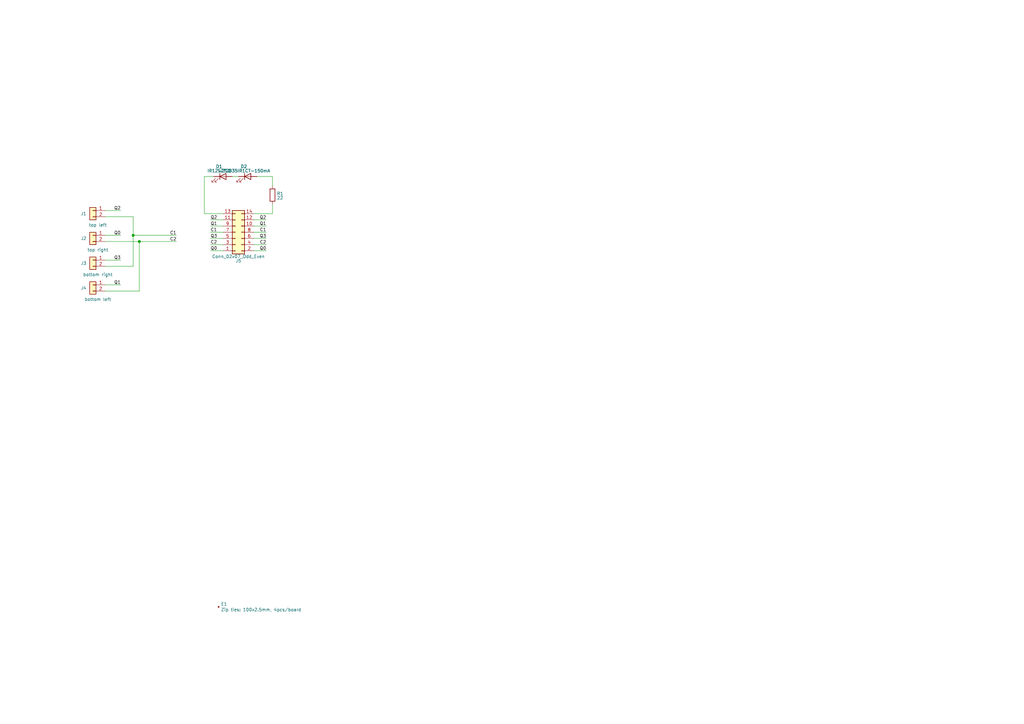
<source format=kicad_sch>
(kicad_sch (version 20220404) (generator eeschema)

  (uuid 90842322-b56e-42c7-bb4b-462bae6a0a0f)

  (paper "A3")

  (lib_symbols
    (symbol "Connector_Generic:Conn_02x07_Odd_Even" (pin_names (offset 1.016) hide) (in_bom yes) (on_board yes)
      (property "Reference" "J" (id 0) (at 1.27 10.16 0)
        (effects (font (size 1.27 1.27)))
      )
      (property "Value" "Conn_02x07_Odd_Even" (id 1) (at 1.27 -10.16 0)
        (effects (font (size 1.27 1.27)))
      )
      (property "Footprint" "" (id 2) (at 0 0 0)
        (effects (font (size 1.27 1.27)) hide)
      )
      (property "Datasheet" "~" (id 3) (at 0 0 0)
        (effects (font (size 1.27 1.27)) hide)
      )
      (property "ki_keywords" "connector" (id 4) (at 0 0 0)
        (effects (font (size 1.27 1.27)) hide)
      )
      (property "ki_description" "Generic connector, double row, 02x07, odd/even pin numbering scheme (row 1 odd numbers, row 2 even numbers), script generated (kicad-library-utils/schlib/autogen/connector/)" (id 5) (at 0 0 0)
        (effects (font (size 1.27 1.27)) hide)
      )
      (property "ki_fp_filters" "Connector*:*_2x??_*" (id 6) (at 0 0 0)
        (effects (font (size 1.27 1.27)) hide)
      )
      (symbol "Conn_02x07_Odd_Even_1_1"
        (rectangle (start -1.27 -7.493) (end 0 -7.747)
          (stroke (width 0.1524) (type default))
          (fill (type none))
        )
        (rectangle (start -1.27 -4.953) (end 0 -5.207)
          (stroke (width 0.1524) (type default))
          (fill (type none))
        )
        (rectangle (start -1.27 -2.413) (end 0 -2.667)
          (stroke (width 0.1524) (type default))
          (fill (type none))
        )
        (rectangle (start -1.27 0.127) (end 0 -0.127)
          (stroke (width 0.1524) (type default))
          (fill (type none))
        )
        (rectangle (start -1.27 2.667) (end 0 2.413)
          (stroke (width 0.1524) (type default))
          (fill (type none))
        )
        (rectangle (start -1.27 5.207) (end 0 4.953)
          (stroke (width 0.1524) (type default))
          (fill (type none))
        )
        (rectangle (start -1.27 7.747) (end 0 7.493)
          (stroke (width 0.1524) (type default))
          (fill (type none))
        )
        (rectangle (start -1.27 8.89) (end 3.81 -8.89)
          (stroke (width 0.254) (type default))
          (fill (type background))
        )
        (rectangle (start 3.81 -7.493) (end 2.54 -7.747)
          (stroke (width 0.1524) (type default))
          (fill (type none))
        )
        (rectangle (start 3.81 -4.953) (end 2.54 -5.207)
          (stroke (width 0.1524) (type default))
          (fill (type none))
        )
        (rectangle (start 3.81 -2.413) (end 2.54 -2.667)
          (stroke (width 0.1524) (type default))
          (fill (type none))
        )
        (rectangle (start 3.81 0.127) (end 2.54 -0.127)
          (stroke (width 0.1524) (type default))
          (fill (type none))
        )
        (rectangle (start 3.81 2.667) (end 2.54 2.413)
          (stroke (width 0.1524) (type default))
          (fill (type none))
        )
        (rectangle (start 3.81 5.207) (end 2.54 4.953)
          (stroke (width 0.1524) (type default))
          (fill (type none))
        )
        (rectangle (start 3.81 7.747) (end 2.54 7.493)
          (stroke (width 0.1524) (type default))
          (fill (type none))
        )
        (pin passive line (at -5.08 7.62 0) (length 3.81)
          (name "Pin_1" (effects (font (size 1.27 1.27))))
          (number "1" (effects (font (size 1.27 1.27))))
        )
        (pin passive line (at 7.62 -2.54 180) (length 3.81)
          (name "Pin_10" (effects (font (size 1.27 1.27))))
          (number "10" (effects (font (size 1.27 1.27))))
        )
        (pin passive line (at -5.08 -5.08 0) (length 3.81)
          (name "Pin_11" (effects (font (size 1.27 1.27))))
          (number "11" (effects (font (size 1.27 1.27))))
        )
        (pin passive line (at 7.62 -5.08 180) (length 3.81)
          (name "Pin_12" (effects (font (size 1.27 1.27))))
          (number "12" (effects (font (size 1.27 1.27))))
        )
        (pin passive line (at -5.08 -7.62 0) (length 3.81)
          (name "Pin_13" (effects (font (size 1.27 1.27))))
          (number "13" (effects (font (size 1.27 1.27))))
        )
        (pin passive line (at 7.62 -7.62 180) (length 3.81)
          (name "Pin_14" (effects (font (size 1.27 1.27))))
          (number "14" (effects (font (size 1.27 1.27))))
        )
        (pin passive line (at 7.62 7.62 180) (length 3.81)
          (name "Pin_2" (effects (font (size 1.27 1.27))))
          (number "2" (effects (font (size 1.27 1.27))))
        )
        (pin passive line (at -5.08 5.08 0) (length 3.81)
          (name "Pin_3" (effects (font (size 1.27 1.27))))
          (number "3" (effects (font (size 1.27 1.27))))
        )
        (pin passive line (at 7.62 5.08 180) (length 3.81)
          (name "Pin_4" (effects (font (size 1.27 1.27))))
          (number "4" (effects (font (size 1.27 1.27))))
        )
        (pin passive line (at -5.08 2.54 0) (length 3.81)
          (name "Pin_5" (effects (font (size 1.27 1.27))))
          (number "5" (effects (font (size 1.27 1.27))))
        )
        (pin passive line (at 7.62 2.54 180) (length 3.81)
          (name "Pin_6" (effects (font (size 1.27 1.27))))
          (number "6" (effects (font (size 1.27 1.27))))
        )
        (pin passive line (at -5.08 0 0) (length 3.81)
          (name "Pin_7" (effects (font (size 1.27 1.27))))
          (number "7" (effects (font (size 1.27 1.27))))
        )
        (pin passive line (at 7.62 0 180) (length 3.81)
          (name "Pin_8" (effects (font (size 1.27 1.27))))
          (number "8" (effects (font (size 1.27 1.27))))
        )
        (pin passive line (at -5.08 -2.54 0) (length 3.81)
          (name "Pin_9" (effects (font (size 1.27 1.27))))
          (number "9" (effects (font (size 1.27 1.27))))
        )
      )
    )
    (symbol "Device:LED" (pin_numbers hide) (pin_names (offset 1.016) hide) (in_bom yes) (on_board yes)
      (property "Reference" "D" (id 0) (at 0 2.54 0)
        (effects (font (size 1.27 1.27)))
      )
      (property "Value" "LED" (id 1) (at 0 -2.54 0)
        (effects (font (size 1.27 1.27)))
      )
      (property "Footprint" "" (id 2) (at 0 0 0)
        (effects (font (size 1.27 1.27)) hide)
      )
      (property "Datasheet" "~" (id 3) (at 0 0 0)
        (effects (font (size 1.27 1.27)) hide)
      )
      (property "ki_keywords" "LED diode" (id 4) (at 0 0 0)
        (effects (font (size 1.27 1.27)) hide)
      )
      (property "ki_description" "Light emitting diode" (id 5) (at 0 0 0)
        (effects (font (size 1.27 1.27)) hide)
      )
      (property "ki_fp_filters" "LED* LED_SMD:* LED_THT:*" (id 6) (at 0 0 0)
        (effects (font (size 1.27 1.27)) hide)
      )
      (symbol "LED_0_1"
        (polyline
          (pts
            (xy -1.27 -1.27)
            (xy -1.27 1.27)
          )
          (stroke (width 0.254) (type default))
          (fill (type none))
        )
        (polyline
          (pts
            (xy -1.27 0)
            (xy 1.27 0)
          )
          (stroke (width 0) (type default))
          (fill (type none))
        )
        (polyline
          (pts
            (xy 1.27 -1.27)
            (xy 1.27 1.27)
            (xy -1.27 0)
            (xy 1.27 -1.27)
          )
          (stroke (width 0.254) (type default))
          (fill (type none))
        )
        (polyline
          (pts
            (xy -3.048 -0.762)
            (xy -4.572 -2.286)
            (xy -3.81 -2.286)
            (xy -4.572 -2.286)
            (xy -4.572 -1.524)
          )
          (stroke (width 0) (type default))
          (fill (type none))
        )
        (polyline
          (pts
            (xy -1.778 -0.762)
            (xy -3.302 -2.286)
            (xy -2.54 -2.286)
            (xy -3.302 -2.286)
            (xy -3.302 -1.524)
          )
          (stroke (width 0) (type default))
          (fill (type none))
        )
      )
      (symbol "LED_1_1"
        (pin passive line (at -3.81 0 0) (length 2.54)
          (name "K" (effects (font (size 1.27 1.27))))
          (number "1" (effects (font (size 1.27 1.27))))
        )
        (pin passive line (at 3.81 0 180) (length 2.54)
          (name "A" (effects (font (size 1.27 1.27))))
          (number "2" (effects (font (size 1.27 1.27))))
        )
      )
    )
    (symbol "Device:R" (pin_numbers hide) (pin_names (offset 0)) (in_bom yes) (on_board yes)
      (property "Reference" "R" (id 0) (at 2.032 0 90)
        (effects (font (size 1.27 1.27)))
      )
      (property "Value" "R" (id 1) (at 0 0 90)
        (effects (font (size 1.27 1.27)))
      )
      (property "Footprint" "" (id 2) (at -1.778 0 90)
        (effects (font (size 1.27 1.27)) hide)
      )
      (property "Datasheet" "~" (id 3) (at 0 0 0)
        (effects (font (size 1.27 1.27)) hide)
      )
      (property "ki_keywords" "R res resistor" (id 4) (at 0 0 0)
        (effects (font (size 1.27 1.27)) hide)
      )
      (property "ki_description" "Resistor" (id 5) (at 0 0 0)
        (effects (font (size 1.27 1.27)) hide)
      )
      (property "ki_fp_filters" "R_*" (id 6) (at 0 0 0)
        (effects (font (size 1.27 1.27)) hide)
      )
      (symbol "R_0_1"
        (rectangle (start -1.016 -2.54) (end 1.016 2.54)
          (stroke (width 0.254) (type default))
          (fill (type none))
        )
      )
      (symbol "R_1_1"
        (pin passive line (at 0 3.81 270) (length 1.27)
          (name "~" (effects (font (size 1.27 1.27))))
          (number "1" (effects (font (size 1.27 1.27))))
        )
        (pin passive line (at 0 -3.81 90) (length 1.27)
          (name "~" (effects (font (size 1.27 1.27))))
          (number "2" (effects (font (size 1.27 1.27))))
        )
      )
    )
    (symbol "center-rescue:Conn_01x02-Connector_Generic" (pin_names (offset 1.016) hide) (in_bom yes) (on_board yes)
      (property "Reference" "J" (id 0) (at 0 2.54 0)
        (effects (font (size 1.27 1.27)))
      )
      (property "Value" "Conn_01x02-Connector_Generic" (id 1) (at 0 -5.08 0)
        (effects (font (size 1.27 1.27)))
      )
      (property "Footprint" "" (id 2) (at 0 0 0)
        (effects (font (size 1.27 1.27)) hide)
      )
      (property "Datasheet" "" (id 3) (at 0 0 0)
        (effects (font (size 1.27 1.27)) hide)
      )
      (property "ki_fp_filters" "Connector*:*_1x??_*" (id 4) (at 0 0 0)
        (effects (font (size 1.27 1.27)) hide)
      )
      (symbol "Conn_01x02-Connector_Generic_1_1"
        (rectangle (start -1.27 -2.413) (end 0 -2.667)
          (stroke (width 0.1524) (type default))
          (fill (type none))
        )
        (rectangle (start -1.27 0.127) (end 0 -0.127)
          (stroke (width 0.1524) (type default))
          (fill (type none))
        )
        (rectangle (start -1.27 1.27) (end 1.27 -3.81)
          (stroke (width 0.254) (type default))
          (fill (type background))
        )
        (pin passive line (at -5.08 0 0) (length 3.81)
          (name "Pin_1" (effects (font (size 1.27 1.27))))
          (number "1" (effects (font (size 1.27 1.27))))
        )
        (pin passive line (at -5.08 -2.54 0) (length 3.81)
          (name "Pin_2" (effects (font (size 1.27 1.27))))
          (number "2" (effects (font (size 1.27 1.27))))
        )
      )
    )
    (symbol "center-rescue:bom_item-4xxx" (pin_names (offset 1.016)) (in_bom yes) (on_board yes)
      (property "Reference" "E" (id 0) (at -2.54 0 0)
        (effects (font (size 1.27 1.27)) (justify left))
      )
      (property "Value" "bom_item-4xxx" (id 1) (at 1.27 0 0)
        (effects (font (size 1.27 1.27)) (justify left))
      )
      (property "Footprint" "" (id 2) (at 0 0 0)
        (effects (font (size 1.27 1.27)) hide)
      )
      (property "Datasheet" "" (id 3) (at 0 0 0)
        (effects (font (size 1.27 1.27)) hide)
      )
      (symbol "bom_item-4xxx_0_1"
        (circle (center -3.048 0) (radius 0.254)
          (stroke (width 0) (type default))
          (fill (type outline))
        )
      )
    )
  )

  (junction (at 54.61 96.52) (diameter 1.016) (color 0 0 0 0)
    (uuid 809bbd4c-d5be-4a1b-9605-6ae807d6c7fe)
  )
  (junction (at 57.15 99.06) (diameter 1.016) (color 0 0 0 0)
    (uuid 92083dbd-6fbf-4c42-bb73-d55dcdab0ebc)
  )

  (wire (pts (xy 54.61 96.52) (xy 72.39 96.52))
    (stroke (width 0) (type solid))
    (uuid 06f615af-96c5-4de5-ace2-f38690361846)
  )
  (wire (pts (xy 111.76 83.82) (xy 111.76 87.63))
    (stroke (width 0) (type default))
    (uuid 096ba8f1-ae0b-4e48-883a-af8807b8b00b)
  )
  (wire (pts (xy 104.14 102.87) (xy 109.22 102.87))
    (stroke (width 0) (type default))
    (uuid 09c6b210-ca23-47c2-a50c-ac715000c254)
  )
  (wire (pts (xy 83.82 87.63) (xy 91.44 87.63))
    (stroke (width 0) (type default))
    (uuid 154b469e-644b-4450-af38-755ac83fda65)
  )
  (wire (pts (xy 86.36 92.71) (xy 91.44 92.71))
    (stroke (width 0) (type default))
    (uuid 24d72762-a1a3-48e5-91fe-2158a7ee4158)
  )
  (wire (pts (xy 49.53 116.84) (xy 43.18 116.84))
    (stroke (width 0) (type solid))
    (uuid 2dee84ca-ef8c-4439-8754-1ddd9cf671a4)
  )
  (wire (pts (xy 104.14 87.63) (xy 111.76 87.63))
    (stroke (width 0) (type default))
    (uuid 39740cc3-908d-4040-be89-074757a422fb)
  )
  (wire (pts (xy 104.14 97.79) (xy 109.22 97.79))
    (stroke (width 0) (type default))
    (uuid 3bc972fa-d635-431d-a07a-35c5a7e059ce)
  )
  (wire (pts (xy 104.14 90.17) (xy 109.22 90.17))
    (stroke (width 0) (type default))
    (uuid 3f8044e3-517b-4b15-b60d-73cb1026e225)
  )
  (wire (pts (xy 43.18 99.06) (xy 57.15 99.06))
    (stroke (width 0) (type solid))
    (uuid 440b4887-08ea-4984-99a7-dd6969a0e087)
  )
  (wire (pts (xy 104.14 92.71) (xy 109.22 92.71))
    (stroke (width 0) (type default))
    (uuid 4f2b1a3d-9196-47a5-9484-69d2dd4bacbf)
  )
  (wire (pts (xy 49.53 86.36) (xy 43.18 86.36))
    (stroke (width 0) (type solid))
    (uuid 50305f26-0fb5-463f-93f7-c4b3ca870ca8)
  )
  (wire (pts (xy 87.63 72.39) (xy 83.82 72.39))
    (stroke (width 0) (type default))
    (uuid 55721da8-e89f-4331-b05b-5d38a599acdb)
  )
  (wire (pts (xy 105.41 72.39) (xy 111.76 72.39))
    (stroke (width 0) (type default))
    (uuid 5b7430c9-9fb4-44d4-86eb-5594c14add5f)
  )
  (wire (pts (xy 49.53 106.68) (xy 43.18 106.68))
    (stroke (width 0) (type solid))
    (uuid 65059881-68a8-4cc3-87cd-71856ffb46ef)
  )
  (wire (pts (xy 57.15 99.06) (xy 57.15 119.38))
    (stroke (width 0) (type solid))
    (uuid 66591085-147b-4723-b117-5b075bc5698f)
  )
  (wire (pts (xy 54.61 88.9) (xy 54.61 96.52))
    (stroke (width 0) (type solid))
    (uuid 6e6d2887-abd5-4bc8-a0dd-347f8b1dabe9)
  )
  (wire (pts (xy 104.14 95.25) (xy 109.22 95.25))
    (stroke (width 0) (type default))
    (uuid 7e86de30-0570-4c63-a98f-f6de03038deb)
  )
  (wire (pts (xy 86.36 102.87) (xy 91.44 102.87))
    (stroke (width 0) (type default))
    (uuid 82a3aca1-9fa4-4849-b025-db04bce3f6a7)
  )
  (wire (pts (xy 111.76 72.39) (xy 111.76 76.2))
    (stroke (width 0) (type default))
    (uuid 8b8e1e90-de11-4b71-80e3-d963e6b0eec9)
  )
  (wire (pts (xy 83.82 72.39) (xy 83.82 87.63))
    (stroke (width 0) (type default))
    (uuid 96aa0018-6db3-4306-843a-698080030fd0)
  )
  (wire (pts (xy 86.36 90.17) (xy 91.44 90.17))
    (stroke (width 0) (type default))
    (uuid 9bec7483-5696-49ac-bf9c-824663185677)
  )
  (wire (pts (xy 54.61 109.22) (xy 43.18 109.22))
    (stroke (width 0) (type solid))
    (uuid a5817db6-32fb-454a-883f-9fd3503fea5b)
  )
  (wire (pts (xy 54.61 96.52) (xy 54.61 109.22))
    (stroke (width 0) (type solid))
    (uuid b3bb4deb-8456-49cf-bfa8-dac920721950)
  )
  (wire (pts (xy 86.36 95.25) (xy 91.44 95.25))
    (stroke (width 0) (type default))
    (uuid b67464d8-eedb-4f3f-a628-847bb3073829)
  )
  (wire (pts (xy 104.14 100.33) (xy 109.22 100.33))
    (stroke (width 0) (type default))
    (uuid bcdc51d7-3b1b-4ed0-a731-8fa31610b952)
  )
  (wire (pts (xy 43.18 88.9) (xy 54.61 88.9))
    (stroke (width 0) (type solid))
    (uuid be4704ed-24de-4eba-b9c1-55969fcce1b0)
  )
  (wire (pts (xy 95.25 72.39) (xy 97.79 72.39))
    (stroke (width 0) (type default))
    (uuid cb778d63-b05e-4bd8-b4e2-5d2a0c8593eb)
  )
  (wire (pts (xy 86.36 97.79) (xy 91.44 97.79))
    (stroke (width 0) (type default))
    (uuid cf7bf921-d7e5-45bb-b758-0cfc3a7e8416)
  )
  (wire (pts (xy 57.15 99.06) (xy 72.39 99.06))
    (stroke (width 0) (type solid))
    (uuid d37795f9-4f11-4ee2-84c4-25d53fdf58be)
  )
  (wire (pts (xy 86.36 100.33) (xy 91.44 100.33))
    (stroke (width 0) (type default))
    (uuid d6748942-e1ba-4577-8bd0-d4192c63db7b)
  )
  (wire (pts (xy 49.53 96.52) (xy 43.18 96.52))
    (stroke (width 0) (type solid))
    (uuid e37d2c99-2d2b-4545-9f56-e6c55be71b2c)
  )
  (wire (pts (xy 57.15 119.38) (xy 43.18 119.38))
    (stroke (width 0) (type solid))
    (uuid f780284f-6a78-4e95-92b1-b5e92f594302)
  )

  (label "Q2" (at 86.36 90.17 0) (fields_autoplaced)
    (effects (font (size 1.27 1.27)) (justify left bottom))
    (uuid 0379ac96-8f1a-45b3-ac4a-ef5c7ecb0a7e)
  )
  (label "Q1" (at 109.22 92.71 0) (fields_autoplaced)
    (effects (font (size 1.27 1.27)) (justify right bottom))
    (uuid 0a70dc60-f278-4e35-91f0-255e00ca8b40)
  )
  (label "Q2" (at 49.53 86.36 0) (fields_autoplaced)
    (effects (font (size 1.27 1.27)) (justify right bottom))
    (uuid 1449d190-9c24-48d8-89b0-163d1c97e888)
  )
  (label "C2" (at 86.36 100.33 0) (fields_autoplaced)
    (effects (font (size 1.27 1.27)) (justify left bottom))
    (uuid 24b2cb2e-7dca-4a7e-aa67-c37fc50c7765)
  )
  (label "Q0" (at 86.36 102.87 0) (fields_autoplaced)
    (effects (font (size 1.27 1.27)) (justify left bottom))
    (uuid 2bd84e94-2d0c-4d80-9708-a7794d6f09fa)
  )
  (label "Q2" (at 109.22 90.17 0) (fields_autoplaced)
    (effects (font (size 1.27 1.27)) (justify right bottom))
    (uuid 2c449110-c832-4aca-b364-813052d315f1)
  )
  (label "Q0" (at 109.22 102.87 0) (fields_autoplaced)
    (effects (font (size 1.27 1.27)) (justify right bottom))
    (uuid 365a5cb5-0f91-48ce-8850-d03664da5a4a)
  )
  (label "C2" (at 72.39 99.06 0) (fields_autoplaced)
    (effects (font (size 1.27 1.27)) (justify right bottom))
    (uuid 45a24297-66db-488d-9042-92c22a6465c7)
  )
  (label "C2" (at 109.22 100.33 0) (fields_autoplaced)
    (effects (font (size 1.27 1.27)) (justify right bottom))
    (uuid 840b7840-3395-406b-82ec-e169a2831cbb)
  )
  (label "Q1" (at 86.36 92.71 0) (fields_autoplaced)
    (effects (font (size 1.27 1.27)) (justify left bottom))
    (uuid 8b09e98f-5df5-4025-a897-01f5cd2e952f)
  )
  (label "Q3" (at 49.53 106.68 0) (fields_autoplaced)
    (effects (font (size 1.27 1.27)) (justify right bottom))
    (uuid 8d326f90-0a39-4756-826b-c147c45a1b02)
  )
  (label "Q1" (at 49.53 116.84 0) (fields_autoplaced)
    (effects (font (size 1.27 1.27)) (justify right bottom))
    (uuid 8ef37a5b-a787-48c9-916e-cf1ecce96cb7)
  )
  (label "C1" (at 86.36 95.25 0) (fields_autoplaced)
    (effects (font (size 1.27 1.27)) (justify left bottom))
    (uuid 949a343d-6d74-4668-8576-78dde69049e2)
  )
  (label "Q3" (at 109.22 97.79 0) (fields_autoplaced)
    (effects (font (size 1.27 1.27)) (justify right bottom))
    (uuid a3882f31-c607-48fd-8825-9161b63e1853)
  )
  (label "Q0" (at 49.53 96.52 0) (fields_autoplaced)
    (effects (font (size 1.27 1.27)) (justify right bottom))
    (uuid b841237f-4a9f-423e-8df7-ba0a2a051ed0)
  )
  (label "C1" (at 72.39 96.52 0) (fields_autoplaced)
    (effects (font (size 1.27 1.27)) (justify right bottom))
    (uuid d4a80b54-4ab1-414d-ad40-c15a41634d2b)
  )
  (label "Q3" (at 86.36 97.79 0) (fields_autoplaced)
    (effects (font (size 1.27 1.27)) (justify left bottom))
    (uuid e292ac22-1b3e-457a-b191-5e65eecf2f4f)
  )
  (label "C1" (at 109.22 95.25 0) (fields_autoplaced)
    (effects (font (size 1.27 1.27)) (justify right bottom))
    (uuid fa78a2f7-ca44-4cd3-86df-04954db31134)
  )

  (symbol (lib_id "center-rescue:Conn_01x02-Connector_Generic") (at 38.1 86.36 0) (mirror y) (unit 1)
    (in_bom yes) (on_board yes)
    (uuid 00000000-0000-0000-0000-00005c196961)
    (default_instance (reference "U") (unit 1) (value "") (footprint ""))
    (property "Reference" "U" (id 0) (at 34.29 87.63 0)
      (effects (font (size 1.27 1.27)))
    )
    (property "Value" "" (id 1) (at 40.132 92.3036 0)
      (effects (font (size 1.27 1.27)))
    )
    (property "Footprint" "" (id 2) (at 38.1 86.36 0)
      (effects (font (size 1.27 1.27)) hide)
    )
    (property "Datasheet" "~" (id 3) (at 38.1 86.36 0)
      (effects (font (size 1.27 1.27)) hide)
    )
    (pin "1" (uuid 0fa44551-3e8d-477a-b2f0-50038b4b4029))
    (pin "2" (uuid eee17b54-5a16-4974-86c7-956101533507))
  )

  (symbol (lib_id "center-rescue:Conn_01x02-Connector_Generic") (at 38.1 96.52 0) (mirror y) (unit 1)
    (in_bom yes) (on_board yes)
    (uuid 00000000-0000-0000-0000-00005c196b9d)
    (default_instance (reference "U") (unit 1) (value "") (footprint ""))
    (property "Reference" "U" (id 0) (at 34.29 97.79 0)
      (effects (font (size 1.27 1.27)))
    )
    (property "Value" "" (id 1) (at 40.132 102.4636 0)
      (effects (font (size 1.27 1.27)))
    )
    (property "Footprint" "" (id 2) (at 38.1 96.52 0)
      (effects (font (size 1.27 1.27)) hide)
    )
    (property "Datasheet" "~" (id 3) (at 38.1 96.52 0)
      (effects (font (size 1.27 1.27)) hide)
    )
    (pin "1" (uuid a419653f-d459-4d25-855b-5d271c2dd256))
    (pin "2" (uuid 7e8c361b-f4f2-4f75-8fea-6b32693b94df))
  )

  (symbol (lib_id "center-rescue:Conn_01x02-Connector_Generic") (at 38.1 106.68 0) (mirror y) (unit 1)
    (in_bom yes) (on_board yes)
    (uuid 00000000-0000-0000-0000-00005c196c4d)
    (default_instance (reference "U") (unit 1) (value "") (footprint ""))
    (property "Reference" "U" (id 0) (at 34.29 107.95 0)
      (effects (font (size 1.27 1.27)))
    )
    (property "Value" "" (id 1) (at 40.132 112.6236 0)
      (effects (font (size 1.27 1.27)))
    )
    (property "Footprint" "" (id 2) (at 38.1 106.68 0)
      (effects (font (size 1.27 1.27)) hide)
    )
    (property "Datasheet" "~" (id 3) (at 38.1 106.68 0)
      (effects (font (size 1.27 1.27)) hide)
    )
    (pin "1" (uuid 2a128935-f956-4d2b-8583-c814cd7093e4))
    (pin "2" (uuid e8300c5d-d848-43e9-bf91-7fe2d6136b7b))
  )

  (symbol (lib_id "center-rescue:Conn_01x02-Connector_Generic") (at 38.1 116.84 0) (mirror y) (unit 1)
    (in_bom yes) (on_board yes)
    (uuid 00000000-0000-0000-0000-00005c196d8e)
    (default_instance (reference "U") (unit 1) (value "") (footprint ""))
    (property "Reference" "U" (id 0) (at 34.29 118.11 0)
      (effects (font (size 1.27 1.27)))
    )
    (property "Value" "" (id 1) (at 40.132 122.7836 0)
      (effects (font (size 1.27 1.27)))
    )
    (property "Footprint" "" (id 2) (at 38.1 116.84 0)
      (effects (font (size 1.27 1.27)) hide)
    )
    (property "Datasheet" "~" (id 3) (at 38.1 116.84 0)
      (effects (font (size 1.27 1.27)) hide)
    )
    (pin "1" (uuid 5b434268-95d5-438c-986d-02e5ec4c55f6))
    (pin "2" (uuid ae2606d7-61f5-48d0-a8cc-ec477541171a))
  )

  (symbol (lib_id "center-rescue:bom_item-4xxx") (at 92.71 248.92 0) (unit 1)
    (in_bom yes) (on_board yes)
    (uuid 00000000-0000-0000-0000-00005e05c19d)
    (default_instance (reference "U") (unit 1) (value "") (footprint ""))
    (property "Reference" "U" (id 0) (at 90.6272 247.7516 0)
      (effects (font (size 1.27 1.27)) (justify left))
    )
    (property "Value" "" (id 1) (at 90.6272 250.063 0)
      (effects (font (size 1.27 1.27)) (justify left))
    )
    (property "Footprint" "" (id 2) (at 92.71 248.92 0)
      (effects (font (size 1.27 1.27)) hide)
    )
    (property "Datasheet" "" (id 3) (at 92.71 248.92 0)
      (effects (font (size 1.27 1.27)) hide)
    )
    (property "Reichelt" "KAB 100-2,5" (id 4) (at 92.71 248.92 0)
      (effects (font (size 1.27 1.27)) hide)
    )
  )

  (symbol (lib_id "Device:LED") (at 91.44 72.39 0) (unit 1)
    (in_bom yes) (on_board yes) (fields_autoplaced)
    (uuid 2075b574-3a35-4237-925a-3750875717d4)
    (default_instance (reference "D") (unit 1) (value "LED") (footprint ""))
    (property "Reference" "D" (id 0) (at 89.8525 68.2879 0)
      (effects (font (size 1.27 1.27)))
    )
    (property "Value" "LED" (id 1) (at 89.8525 70.0501 0)
      (effects (font (size 1.27 1.27)))
    )
    (property "Footprint" "" (id 2) (at 91.44 72.39 0)
      (effects (font (size 1.27 1.27)) hide)
    )
    (property "Datasheet" "~" (id 3) (at 91.44 72.39 0)
      (effects (font (size 1.27 1.27)) hide)
    )
    (property "Mfg" "Everlight" (id 4) (at 91.44 72.39 0)
      (effects (font (size 1.27 1.27)) hide)
    )
    (property "LCSC" "C53672" (id 5) (at 91.44 72.39 0)
      (effects (font (size 1.27 1.27)) hide)
    )
    (pin "1" (uuid 898a2150-a954-43a7-8f4a-996fc1477bac))
    (pin "2" (uuid 9cdea0cc-e2c1-4b10-893d-6f1612f7ac8e))
  )

  (symbol (lib_id "Device:LED") (at 101.6 72.39 0) (unit 1)
    (in_bom yes) (on_board yes) (fields_autoplaced)
    (uuid 8093ce26-4086-4e31-a9b4-2a1000656c33)
    (default_instance (reference "D") (unit 1) (value "LED") (footprint ""))
    (property "Reference" "D" (id 0) (at 100.0125 68.2879 0)
      (effects (font (size 1.27 1.27)))
    )
    (property "Value" "LED" (id 1) (at 100.0125 70.0501 0)
      (effects (font (size 1.27 1.27)))
    )
    (property "Footprint" "" (id 2) (at 101.6 72.39 0)
      (effects (font (size 1.27 1.27)) hide)
    )
    (property "Datasheet" "~" (id 3) (at 101.6 72.39 0)
      (effects (font (size 1.27 1.27)) hide)
    )
    (property "Mfg" "Paralight" (id 4) (at 101.6 72.39 0)
      (effects (font (size 1.27 1.27)) hide)
    )
    (property "LCSC" " C2841871" (id 5) (at 101.6 72.39 0)
      (effects (font (size 1.27 1.27)) hide)
    )
    (pin "1" (uuid 453b9d56-a867-403a-bb06-442aa20945e9))
    (pin "2" (uuid f46596c3-aca8-4865-a1dd-edc64cb7c506))
  )

  (symbol (lib_id "Device:R") (at 111.76 80.01 0) (unit 1)
    (in_bom yes) (on_board yes) (fields_autoplaced)
    (uuid a4dc15fd-a642-4fe2-9408-dac743d45257)
    (default_instance (reference "R") (unit 1) (value "R") (footprint ""))
    (property "Reference" "R" (id 0) (at 113.538 79.4155 0)
      (effects (font (size 1.27 1.27)) (justify left))
    )
    (property "Value" "R" (id 1) (at 113.538 81.1777 0)
      (effects (font (size 1.27 1.27)) (justify left))
    )
    (property "Footprint" "" (id 2) (at 109.982 80.01 90)
      (effects (font (size 1.27 1.27)) hide)
    )
    (property "Datasheet" "~" (id 3) (at 111.76 80.01 0)
      (effects (font (size 1.27 1.27)) hide)
    )
    (pin "1" (uuid c076f405-349a-4f0e-be03-3389e6d8a46c))
    (pin "2" (uuid 28a6c434-f47f-4354-ba5c-9459fdcafbc9))
  )

  (symbol (lib_id "Connector_Generic:Conn_02x07_Odd_Even") (at 96.52 95.25 0) (mirror x) (unit 1)
    (in_bom yes) (on_board yes)
    (uuid ba1bf008-14aa-4688-96c9-7e1fb34b4ec7)
    (default_instance (reference "J") (unit 1) (value "Conn_02x07_Odd_Even") (footprint ""))
    (property "Reference" "J" (id 0) (at 97.79 106.9721 0)
      (effects (font (size 1.27 1.27)))
    )
    (property "Value" "Conn_02x07_Odd_Even" (id 1) (at 97.79 105.2099 0)
      (effects (font (size 1.27 1.27)))
    )
    (property "Footprint" "" (id 2) (at 96.52 95.25 0)
      (effects (font (size 1.27 1.27)) hide)
    )
    (property "Datasheet" "~" (id 3) (at 96.52 95.25 0)
      (effects (font (size 1.27 1.27)) hide)
    )
    (pin "1" (uuid 9fdd0ea7-0bc7-4dc6-b9ae-0adef91d860e))
    (pin "10" (uuid 8f4928a6-0e2e-4db9-8668-8d93e9a4810c))
    (pin "11" (uuid 8ddb8f72-cedd-4283-b642-f33cec6e2c4f))
    (pin "12" (uuid 1d79d55f-9b63-4bad-9742-f4f4df84a3fe))
    (pin "13" (uuid e4a89a0c-370b-4254-b1da-d08f1050ce93))
    (pin "14" (uuid 8a12c41d-2507-4013-8903-4c889f88e0e2))
    (pin "2" (uuid 1832758c-36c1-4056-90c2-8d393188da37))
    (pin "3" (uuid e7672941-d1c6-43fe-84ef-a6aac054b654))
    (pin "4" (uuid 17abaf46-7c0e-45d7-8c39-5c2e9f6eda90))
    (pin "5" (uuid ea79517b-cf54-4298-bf9e-babfc6550347))
    (pin "6" (uuid 7b894e1a-adac-4398-a7b0-b55bc46f81bd))
    (pin "7" (uuid 81d96dc4-b460-4125-8670-6fc4c9486889))
    (pin "8" (uuid f65ead1f-0868-40de-99a5-0ce9c2233126))
    (pin "9" (uuid 24469268-8633-432e-bbb2-15deb27dacca))
  )

  (sheet_instances
    (path "/" (page "1"))
  )

  (symbol_instances
    (path "/2075b574-3a35-4237-925a-3750875717d4"
      (reference "D1") (unit 1) (value "IR12-21C") (footprint "footprints:Everlight_IR12-21C")
    )
    (path "/8093ce26-4086-4e31-a9b4-2a1000656c33"
      (reference "D2") (unit 1) (value "SZT2835IR1CT-150mA") (footprint "footprints:LED_2835")
    )
    (path "/00000000-0000-0000-0000-00005e05c19d"
      (reference "E1") (unit 1) (value "Zip ties: 100x2.5mm, 4pcs/board") (footprint "")
    )
    (path "/00000000-0000-0000-0000-00005c196961"
      (reference "J1") (unit 1) (value "top left") (footprint "center:led_tape_3528_2835")
    )
    (path "/00000000-0000-0000-0000-00005c196b9d"
      (reference "J2") (unit 1) (value "top right") (footprint "center:led_tape_3528_2835")
    )
    (path "/00000000-0000-0000-0000-00005c196c4d"
      (reference "J3") (unit 1) (value "bottom right") (footprint "center:led_tape_3528_2835")
    )
    (path "/00000000-0000-0000-0000-00005c196d8e"
      (reference "J4") (unit 1) (value "bottom left") (footprint "center:led_tape_3528_2835")
    )
    (path "/ba1bf008-14aa-4688-96c9-7e1fb34b4ec7"
      (reference "J5") (unit 1) (value "Conn_02x07_Odd_Even") (footprint "Connector_PinHeader_2.54mm:PinHeader_2x07_P2.54mm_Vertical")
    )
    (path "/a4dc15fd-a642-4fe2-9408-dac743d45257"
      (reference "R1") (unit 1) (value "22") (footprint "Resistor_SMD:R_1206_3216Metric_Pad1.30x1.75mm_HandSolder")
    )
  )
)

</source>
